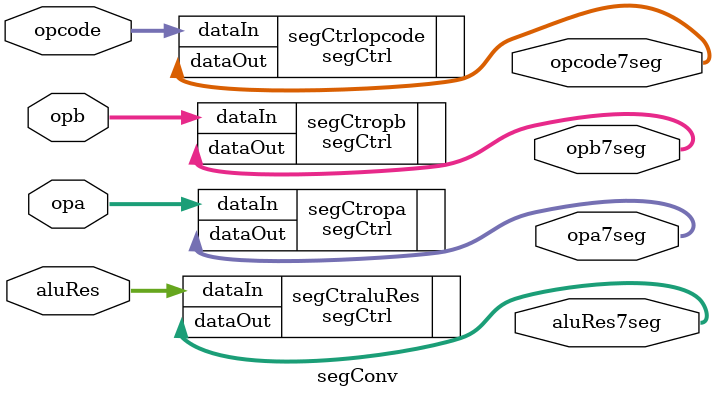
<source format=v>
`timescale 1ns/1ps

module segConv
#(
        parameter DATA_WIDTH = 3,
        parameter OPCODE_WIDTH = 2,
	parameter RESULT_WIDTH = 7
)

(
	input [OPCODE_WIDTH-1:0] opcode,
        input [DATA_WIDTH-1:0] opa,
        input [DATA_WIDTH-1:0] opb,
        input [DATA_WIDTH-1:0] aluRes,
	output  [RESULT_WIDTH-1:0] opcode7seg,
	output  [RESULT_WIDTH-1:0] opa7seg,
	output  [RESULT_WIDTH-1:0] opb7seg,
	output  [RESULT_WIDTH-1:0] aluRes7seg
);

//	wire [DATA_WIDTH-1:0] aluReswire;

//	assign aluReswire = aluRes;

	segCtrl #(.DATA_WIDTH(OPCODE_WIDTH),.RESULT_WIDTH(RESULT_WIDTH))
 		 segCtrlopcode(
			.dataIn(opcode),
			.dataOut(opcode7seg)
		);

	segCtrl #(.DATA_WIDTH(DATA_WIDTH),.RESULT_WIDTH(RESULT_WIDTH))
		segCtropa(
			.dataIn(opa),
                	.dataOut(opa7seg)
		);

	segCtrl #(.DATA_WIDTH(DATA_WIDTH),.RESULT_WIDTH(RESULT_WIDTH))
		segCtropb(
                	.dataIn(opb),
                	.dataOut(opb7seg)
        	);

	segCtrl #(.DATA_WIDTH(DATA_WIDTH),.RESULT_WIDTH(RESULT_WIDTH))
		segCtraluRes(
			.dataIn(aluRes),
                	.dataOut(aluRes7seg)
		);

endmodule

</source>
